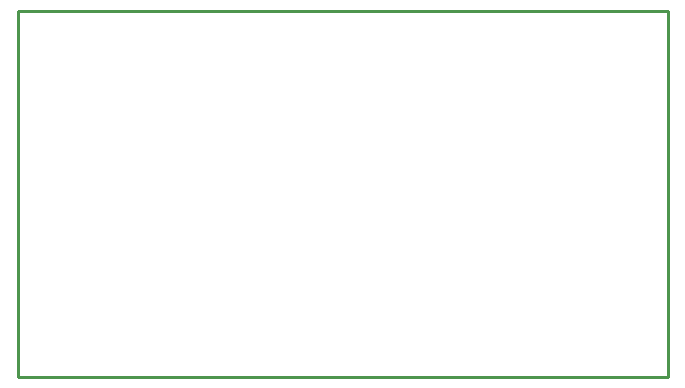
<source format=gko>
G04*
G04 #@! TF.GenerationSoftware,Altium Limited,Altium Designer,24.5.2 (23)*
G04*
G04 Layer_Color=16711935*
%FSLAX25Y25*%
%MOIN*%
G70*
G04*
G04 #@! TF.SameCoordinates,EC466EA2-F337-402A-A5E8-60117474A60A*
G04*
G04*
G04 #@! TF.FilePolarity,Positive*
G04*
G01*
G75*
%ADD10C,0.01000*%
D10*
X216569Y122000D02*
X216569Y-79D01*
X0Y122000D02*
X216569D01*
X0Y0D02*
Y122000D01*
Y-79D02*
X216569D01*
M02*

</source>
